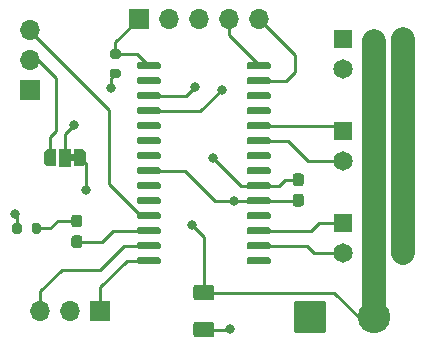
<source format=gbr>
G04 #@! TF.GenerationSoftware,KiCad,Pcbnew,(5.1.8)-1*
G04 #@! TF.CreationDate,2021-02-17T15:41:40-07:00*
G04 #@! TF.ProjectId,LED-Controller,4c45442d-436f-46e7-9472-6f6c6c65722e,rev?*
G04 #@! TF.SameCoordinates,Original*
G04 #@! TF.FileFunction,Copper,L1,Top*
G04 #@! TF.FilePolarity,Positive*
%FSLAX46Y46*%
G04 Gerber Fmt 4.6, Leading zero omitted, Abs format (unit mm)*
G04 Created by KiCad (PCBNEW (5.1.8)-1) date 2021-02-17 15:41:40*
%MOMM*%
%LPD*%
G01*
G04 APERTURE LIST*
G04 #@! TA.AperFunction,EtchedComponent*
%ADD10C,0.100000*%
G04 #@! TD*
G04 #@! TA.AperFunction,ComponentPad*
%ADD11C,1.650000*%
G04 #@! TD*
G04 #@! TA.AperFunction,ComponentPad*
%ADD12R,1.650000X1.650000*%
G04 #@! TD*
G04 #@! TA.AperFunction,ComponentPad*
%ADD13C,2.750000*%
G04 #@! TD*
G04 #@! TA.AperFunction,SMDPad,CuDef*
%ADD14C,0.100000*%
G04 #@! TD*
G04 #@! TA.AperFunction,SMDPad,CuDef*
%ADD15R,1.000000X1.500000*%
G04 #@! TD*
G04 #@! TA.AperFunction,ComponentPad*
%ADD16O,1.700000X1.700000*%
G04 #@! TD*
G04 #@! TA.AperFunction,ComponentPad*
%ADD17R,1.700000X1.700000*%
G04 #@! TD*
G04 #@! TA.AperFunction,ViaPad*
%ADD18C,0.800000*%
G04 #@! TD*
G04 #@! TA.AperFunction,Conductor*
%ADD19C,0.250000*%
G04 #@! TD*
G04 #@! TA.AperFunction,Conductor*
%ADD20C,2.000000*%
G04 #@! TD*
G04 APERTURE END LIST*
D10*
G36*
X126150000Y-83800000D02*
G01*
X125650000Y-83800000D01*
X125650000Y-83200000D01*
X126150000Y-83200000D01*
X126150000Y-83800000D01*
G37*
D11*
X153830000Y-91540000D03*
X151290000Y-91540000D03*
X148750000Y-91540000D03*
X153830000Y-89000000D03*
X151290000Y-89000000D03*
D12*
X148750000Y-89000000D03*
D11*
X153830000Y-83790000D03*
X151290000Y-83790000D03*
X148750000Y-83790000D03*
X153830000Y-81250000D03*
X151290000Y-81250000D03*
D12*
X148750000Y-81250000D03*
D11*
X153830000Y-76040000D03*
X151290000Y-76040000D03*
X148750000Y-76040000D03*
X153830000Y-73500000D03*
X151290000Y-73500000D03*
D12*
X148750000Y-73500000D03*
D13*
X151400000Y-97000000D03*
G04 #@! TA.AperFunction,ComponentPad*
G36*
G01*
X144625000Y-98125002D02*
X144625000Y-95874998D01*
G75*
G02*
X144874998Y-95625000I249998J0D01*
G01*
X147125002Y-95625000D01*
G75*
G02*
X147375000Y-95874998I0J-249998D01*
G01*
X147375000Y-98125002D01*
G75*
G02*
X147125002Y-98375000I-249998J0D01*
G01*
X144874998Y-98375000D01*
G75*
G02*
X144625000Y-98125002I0J249998D01*
G01*
G37*
G04 #@! TD.AperFunction*
G04 #@! TA.AperFunction,SMDPad,CuDef*
D14*
G36*
X126000000Y-82750000D02*
G01*
X126550000Y-82750000D01*
X126550000Y-82750602D01*
X126574534Y-82750602D01*
X126623365Y-82755412D01*
X126671490Y-82764984D01*
X126718445Y-82779228D01*
X126763778Y-82798005D01*
X126807051Y-82821136D01*
X126847850Y-82848396D01*
X126885779Y-82879524D01*
X126920476Y-82914221D01*
X126951604Y-82952150D01*
X126978864Y-82992949D01*
X127001995Y-83036222D01*
X127020772Y-83081555D01*
X127035016Y-83128510D01*
X127044588Y-83176635D01*
X127049398Y-83225466D01*
X127049398Y-83250000D01*
X127050000Y-83250000D01*
X127050000Y-83750000D01*
X127049398Y-83750000D01*
X127049398Y-83774534D01*
X127044588Y-83823365D01*
X127035016Y-83871490D01*
X127020772Y-83918445D01*
X127001995Y-83963778D01*
X126978864Y-84007051D01*
X126951604Y-84047850D01*
X126920476Y-84085779D01*
X126885779Y-84120476D01*
X126847850Y-84151604D01*
X126807051Y-84178864D01*
X126763778Y-84201995D01*
X126718445Y-84220772D01*
X126671490Y-84235016D01*
X126623365Y-84244588D01*
X126574534Y-84249398D01*
X126550000Y-84249398D01*
X126550000Y-84250000D01*
X126000000Y-84250000D01*
X126000000Y-82750000D01*
G37*
G04 #@! TD.AperFunction*
D15*
X125250000Y-83500000D03*
G04 #@! TA.AperFunction,SMDPad,CuDef*
D14*
G36*
X123950000Y-84249398D02*
G01*
X123925466Y-84249398D01*
X123876635Y-84244588D01*
X123828510Y-84235016D01*
X123781555Y-84220772D01*
X123736222Y-84201995D01*
X123692949Y-84178864D01*
X123652150Y-84151604D01*
X123614221Y-84120476D01*
X123579524Y-84085779D01*
X123548396Y-84047850D01*
X123521136Y-84007051D01*
X123498005Y-83963778D01*
X123479228Y-83918445D01*
X123464984Y-83871490D01*
X123455412Y-83823365D01*
X123450602Y-83774534D01*
X123450602Y-83750000D01*
X123450000Y-83750000D01*
X123450000Y-83250000D01*
X123450602Y-83250000D01*
X123450602Y-83225466D01*
X123455412Y-83176635D01*
X123464984Y-83128510D01*
X123479228Y-83081555D01*
X123498005Y-83036222D01*
X123521136Y-82992949D01*
X123548396Y-82952150D01*
X123579524Y-82914221D01*
X123614221Y-82879524D01*
X123652150Y-82848396D01*
X123692949Y-82821136D01*
X123736222Y-82798005D01*
X123781555Y-82779228D01*
X123828510Y-82764984D01*
X123876635Y-82755412D01*
X123925466Y-82750602D01*
X123950000Y-82750602D01*
X123950000Y-82750000D01*
X124500000Y-82750000D01*
X124500000Y-84250000D01*
X123950000Y-84250000D01*
X123950000Y-84249398D01*
G37*
G04 #@! TD.AperFunction*
G04 #@! TA.AperFunction,SMDPad,CuDef*
G36*
G01*
X140625000Y-75895000D02*
X140625000Y-75595000D01*
G75*
G02*
X140775000Y-75445000I150000J0D01*
G01*
X142525000Y-75445000D01*
G75*
G02*
X142675000Y-75595000I0J-150000D01*
G01*
X142675000Y-75895000D01*
G75*
G02*
X142525000Y-76045000I-150000J0D01*
G01*
X140775000Y-76045000D01*
G75*
G02*
X140625000Y-75895000I0J150000D01*
G01*
G37*
G04 #@! TD.AperFunction*
G04 #@! TA.AperFunction,SMDPad,CuDef*
G36*
G01*
X140625000Y-77165000D02*
X140625000Y-76865000D01*
G75*
G02*
X140775000Y-76715000I150000J0D01*
G01*
X142525000Y-76715000D01*
G75*
G02*
X142675000Y-76865000I0J-150000D01*
G01*
X142675000Y-77165000D01*
G75*
G02*
X142525000Y-77315000I-150000J0D01*
G01*
X140775000Y-77315000D01*
G75*
G02*
X140625000Y-77165000I0J150000D01*
G01*
G37*
G04 #@! TD.AperFunction*
G04 #@! TA.AperFunction,SMDPad,CuDef*
G36*
G01*
X140625000Y-78435000D02*
X140625000Y-78135000D01*
G75*
G02*
X140775000Y-77985000I150000J0D01*
G01*
X142525000Y-77985000D01*
G75*
G02*
X142675000Y-78135000I0J-150000D01*
G01*
X142675000Y-78435000D01*
G75*
G02*
X142525000Y-78585000I-150000J0D01*
G01*
X140775000Y-78585000D01*
G75*
G02*
X140625000Y-78435000I0J150000D01*
G01*
G37*
G04 #@! TD.AperFunction*
G04 #@! TA.AperFunction,SMDPad,CuDef*
G36*
G01*
X140625000Y-79705000D02*
X140625000Y-79405000D01*
G75*
G02*
X140775000Y-79255000I150000J0D01*
G01*
X142525000Y-79255000D01*
G75*
G02*
X142675000Y-79405000I0J-150000D01*
G01*
X142675000Y-79705000D01*
G75*
G02*
X142525000Y-79855000I-150000J0D01*
G01*
X140775000Y-79855000D01*
G75*
G02*
X140625000Y-79705000I0J150000D01*
G01*
G37*
G04 #@! TD.AperFunction*
G04 #@! TA.AperFunction,SMDPad,CuDef*
G36*
G01*
X140625000Y-80975000D02*
X140625000Y-80675000D01*
G75*
G02*
X140775000Y-80525000I150000J0D01*
G01*
X142525000Y-80525000D01*
G75*
G02*
X142675000Y-80675000I0J-150000D01*
G01*
X142675000Y-80975000D01*
G75*
G02*
X142525000Y-81125000I-150000J0D01*
G01*
X140775000Y-81125000D01*
G75*
G02*
X140625000Y-80975000I0J150000D01*
G01*
G37*
G04 #@! TD.AperFunction*
G04 #@! TA.AperFunction,SMDPad,CuDef*
G36*
G01*
X140625000Y-82245000D02*
X140625000Y-81945000D01*
G75*
G02*
X140775000Y-81795000I150000J0D01*
G01*
X142525000Y-81795000D01*
G75*
G02*
X142675000Y-81945000I0J-150000D01*
G01*
X142675000Y-82245000D01*
G75*
G02*
X142525000Y-82395000I-150000J0D01*
G01*
X140775000Y-82395000D01*
G75*
G02*
X140625000Y-82245000I0J150000D01*
G01*
G37*
G04 #@! TD.AperFunction*
G04 #@! TA.AperFunction,SMDPad,CuDef*
G36*
G01*
X140625000Y-83515000D02*
X140625000Y-83215000D01*
G75*
G02*
X140775000Y-83065000I150000J0D01*
G01*
X142525000Y-83065000D01*
G75*
G02*
X142675000Y-83215000I0J-150000D01*
G01*
X142675000Y-83515000D01*
G75*
G02*
X142525000Y-83665000I-150000J0D01*
G01*
X140775000Y-83665000D01*
G75*
G02*
X140625000Y-83515000I0J150000D01*
G01*
G37*
G04 #@! TD.AperFunction*
G04 #@! TA.AperFunction,SMDPad,CuDef*
G36*
G01*
X140625000Y-84785000D02*
X140625000Y-84485000D01*
G75*
G02*
X140775000Y-84335000I150000J0D01*
G01*
X142525000Y-84335000D01*
G75*
G02*
X142675000Y-84485000I0J-150000D01*
G01*
X142675000Y-84785000D01*
G75*
G02*
X142525000Y-84935000I-150000J0D01*
G01*
X140775000Y-84935000D01*
G75*
G02*
X140625000Y-84785000I0J150000D01*
G01*
G37*
G04 #@! TD.AperFunction*
G04 #@! TA.AperFunction,SMDPad,CuDef*
G36*
G01*
X140625000Y-86055000D02*
X140625000Y-85755000D01*
G75*
G02*
X140775000Y-85605000I150000J0D01*
G01*
X142525000Y-85605000D01*
G75*
G02*
X142675000Y-85755000I0J-150000D01*
G01*
X142675000Y-86055000D01*
G75*
G02*
X142525000Y-86205000I-150000J0D01*
G01*
X140775000Y-86205000D01*
G75*
G02*
X140625000Y-86055000I0J150000D01*
G01*
G37*
G04 #@! TD.AperFunction*
G04 #@! TA.AperFunction,SMDPad,CuDef*
G36*
G01*
X140625000Y-87325000D02*
X140625000Y-87025000D01*
G75*
G02*
X140775000Y-86875000I150000J0D01*
G01*
X142525000Y-86875000D01*
G75*
G02*
X142675000Y-87025000I0J-150000D01*
G01*
X142675000Y-87325000D01*
G75*
G02*
X142525000Y-87475000I-150000J0D01*
G01*
X140775000Y-87475000D01*
G75*
G02*
X140625000Y-87325000I0J150000D01*
G01*
G37*
G04 #@! TD.AperFunction*
G04 #@! TA.AperFunction,SMDPad,CuDef*
G36*
G01*
X140625000Y-88595000D02*
X140625000Y-88295000D01*
G75*
G02*
X140775000Y-88145000I150000J0D01*
G01*
X142525000Y-88145000D01*
G75*
G02*
X142675000Y-88295000I0J-150000D01*
G01*
X142675000Y-88595000D01*
G75*
G02*
X142525000Y-88745000I-150000J0D01*
G01*
X140775000Y-88745000D01*
G75*
G02*
X140625000Y-88595000I0J150000D01*
G01*
G37*
G04 #@! TD.AperFunction*
G04 #@! TA.AperFunction,SMDPad,CuDef*
G36*
G01*
X140625000Y-89865000D02*
X140625000Y-89565000D01*
G75*
G02*
X140775000Y-89415000I150000J0D01*
G01*
X142525000Y-89415000D01*
G75*
G02*
X142675000Y-89565000I0J-150000D01*
G01*
X142675000Y-89865000D01*
G75*
G02*
X142525000Y-90015000I-150000J0D01*
G01*
X140775000Y-90015000D01*
G75*
G02*
X140625000Y-89865000I0J150000D01*
G01*
G37*
G04 #@! TD.AperFunction*
G04 #@! TA.AperFunction,SMDPad,CuDef*
G36*
G01*
X140625000Y-91135000D02*
X140625000Y-90835000D01*
G75*
G02*
X140775000Y-90685000I150000J0D01*
G01*
X142525000Y-90685000D01*
G75*
G02*
X142675000Y-90835000I0J-150000D01*
G01*
X142675000Y-91135000D01*
G75*
G02*
X142525000Y-91285000I-150000J0D01*
G01*
X140775000Y-91285000D01*
G75*
G02*
X140625000Y-91135000I0J150000D01*
G01*
G37*
G04 #@! TD.AperFunction*
G04 #@! TA.AperFunction,SMDPad,CuDef*
G36*
G01*
X140625000Y-92405000D02*
X140625000Y-92105000D01*
G75*
G02*
X140775000Y-91955000I150000J0D01*
G01*
X142525000Y-91955000D01*
G75*
G02*
X142675000Y-92105000I0J-150000D01*
G01*
X142675000Y-92405000D01*
G75*
G02*
X142525000Y-92555000I-150000J0D01*
G01*
X140775000Y-92555000D01*
G75*
G02*
X140625000Y-92405000I0J150000D01*
G01*
G37*
G04 #@! TD.AperFunction*
G04 #@! TA.AperFunction,SMDPad,CuDef*
G36*
G01*
X131325000Y-92405000D02*
X131325000Y-92105000D01*
G75*
G02*
X131475000Y-91955000I150000J0D01*
G01*
X133225000Y-91955000D01*
G75*
G02*
X133375000Y-92105000I0J-150000D01*
G01*
X133375000Y-92405000D01*
G75*
G02*
X133225000Y-92555000I-150000J0D01*
G01*
X131475000Y-92555000D01*
G75*
G02*
X131325000Y-92405000I0J150000D01*
G01*
G37*
G04 #@! TD.AperFunction*
G04 #@! TA.AperFunction,SMDPad,CuDef*
G36*
G01*
X131325000Y-91135000D02*
X131325000Y-90835000D01*
G75*
G02*
X131475000Y-90685000I150000J0D01*
G01*
X133225000Y-90685000D01*
G75*
G02*
X133375000Y-90835000I0J-150000D01*
G01*
X133375000Y-91135000D01*
G75*
G02*
X133225000Y-91285000I-150000J0D01*
G01*
X131475000Y-91285000D01*
G75*
G02*
X131325000Y-91135000I0J150000D01*
G01*
G37*
G04 #@! TD.AperFunction*
G04 #@! TA.AperFunction,SMDPad,CuDef*
G36*
G01*
X131325000Y-89865000D02*
X131325000Y-89565000D01*
G75*
G02*
X131475000Y-89415000I150000J0D01*
G01*
X133225000Y-89415000D01*
G75*
G02*
X133375000Y-89565000I0J-150000D01*
G01*
X133375000Y-89865000D01*
G75*
G02*
X133225000Y-90015000I-150000J0D01*
G01*
X131475000Y-90015000D01*
G75*
G02*
X131325000Y-89865000I0J150000D01*
G01*
G37*
G04 #@! TD.AperFunction*
G04 #@! TA.AperFunction,SMDPad,CuDef*
G36*
G01*
X131325000Y-88595000D02*
X131325000Y-88295000D01*
G75*
G02*
X131475000Y-88145000I150000J0D01*
G01*
X133225000Y-88145000D01*
G75*
G02*
X133375000Y-88295000I0J-150000D01*
G01*
X133375000Y-88595000D01*
G75*
G02*
X133225000Y-88745000I-150000J0D01*
G01*
X131475000Y-88745000D01*
G75*
G02*
X131325000Y-88595000I0J150000D01*
G01*
G37*
G04 #@! TD.AperFunction*
G04 #@! TA.AperFunction,SMDPad,CuDef*
G36*
G01*
X131325000Y-87325000D02*
X131325000Y-87025000D01*
G75*
G02*
X131475000Y-86875000I150000J0D01*
G01*
X133225000Y-86875000D01*
G75*
G02*
X133375000Y-87025000I0J-150000D01*
G01*
X133375000Y-87325000D01*
G75*
G02*
X133225000Y-87475000I-150000J0D01*
G01*
X131475000Y-87475000D01*
G75*
G02*
X131325000Y-87325000I0J150000D01*
G01*
G37*
G04 #@! TD.AperFunction*
G04 #@! TA.AperFunction,SMDPad,CuDef*
G36*
G01*
X131325000Y-86055000D02*
X131325000Y-85755000D01*
G75*
G02*
X131475000Y-85605000I150000J0D01*
G01*
X133225000Y-85605000D01*
G75*
G02*
X133375000Y-85755000I0J-150000D01*
G01*
X133375000Y-86055000D01*
G75*
G02*
X133225000Y-86205000I-150000J0D01*
G01*
X131475000Y-86205000D01*
G75*
G02*
X131325000Y-86055000I0J150000D01*
G01*
G37*
G04 #@! TD.AperFunction*
G04 #@! TA.AperFunction,SMDPad,CuDef*
G36*
G01*
X131325000Y-84785000D02*
X131325000Y-84485000D01*
G75*
G02*
X131475000Y-84335000I150000J0D01*
G01*
X133225000Y-84335000D01*
G75*
G02*
X133375000Y-84485000I0J-150000D01*
G01*
X133375000Y-84785000D01*
G75*
G02*
X133225000Y-84935000I-150000J0D01*
G01*
X131475000Y-84935000D01*
G75*
G02*
X131325000Y-84785000I0J150000D01*
G01*
G37*
G04 #@! TD.AperFunction*
G04 #@! TA.AperFunction,SMDPad,CuDef*
G36*
G01*
X131325000Y-83515000D02*
X131325000Y-83215000D01*
G75*
G02*
X131475000Y-83065000I150000J0D01*
G01*
X133225000Y-83065000D01*
G75*
G02*
X133375000Y-83215000I0J-150000D01*
G01*
X133375000Y-83515000D01*
G75*
G02*
X133225000Y-83665000I-150000J0D01*
G01*
X131475000Y-83665000D01*
G75*
G02*
X131325000Y-83515000I0J150000D01*
G01*
G37*
G04 #@! TD.AperFunction*
G04 #@! TA.AperFunction,SMDPad,CuDef*
G36*
G01*
X131325000Y-82245000D02*
X131325000Y-81945000D01*
G75*
G02*
X131475000Y-81795000I150000J0D01*
G01*
X133225000Y-81795000D01*
G75*
G02*
X133375000Y-81945000I0J-150000D01*
G01*
X133375000Y-82245000D01*
G75*
G02*
X133225000Y-82395000I-150000J0D01*
G01*
X131475000Y-82395000D01*
G75*
G02*
X131325000Y-82245000I0J150000D01*
G01*
G37*
G04 #@! TD.AperFunction*
G04 #@! TA.AperFunction,SMDPad,CuDef*
G36*
G01*
X131325000Y-80975000D02*
X131325000Y-80675000D01*
G75*
G02*
X131475000Y-80525000I150000J0D01*
G01*
X133225000Y-80525000D01*
G75*
G02*
X133375000Y-80675000I0J-150000D01*
G01*
X133375000Y-80975000D01*
G75*
G02*
X133225000Y-81125000I-150000J0D01*
G01*
X131475000Y-81125000D01*
G75*
G02*
X131325000Y-80975000I0J150000D01*
G01*
G37*
G04 #@! TD.AperFunction*
G04 #@! TA.AperFunction,SMDPad,CuDef*
G36*
G01*
X131325000Y-79705000D02*
X131325000Y-79405000D01*
G75*
G02*
X131475000Y-79255000I150000J0D01*
G01*
X133225000Y-79255000D01*
G75*
G02*
X133375000Y-79405000I0J-150000D01*
G01*
X133375000Y-79705000D01*
G75*
G02*
X133225000Y-79855000I-150000J0D01*
G01*
X131475000Y-79855000D01*
G75*
G02*
X131325000Y-79705000I0J150000D01*
G01*
G37*
G04 #@! TD.AperFunction*
G04 #@! TA.AperFunction,SMDPad,CuDef*
G36*
G01*
X131325000Y-78435000D02*
X131325000Y-78135000D01*
G75*
G02*
X131475000Y-77985000I150000J0D01*
G01*
X133225000Y-77985000D01*
G75*
G02*
X133375000Y-78135000I0J-150000D01*
G01*
X133375000Y-78435000D01*
G75*
G02*
X133225000Y-78585000I-150000J0D01*
G01*
X131475000Y-78585000D01*
G75*
G02*
X131325000Y-78435000I0J150000D01*
G01*
G37*
G04 #@! TD.AperFunction*
G04 #@! TA.AperFunction,SMDPad,CuDef*
G36*
G01*
X131325000Y-77165000D02*
X131325000Y-76865000D01*
G75*
G02*
X131475000Y-76715000I150000J0D01*
G01*
X133225000Y-76715000D01*
G75*
G02*
X133375000Y-76865000I0J-150000D01*
G01*
X133375000Y-77165000D01*
G75*
G02*
X133225000Y-77315000I-150000J0D01*
G01*
X131475000Y-77315000D01*
G75*
G02*
X131325000Y-77165000I0J150000D01*
G01*
G37*
G04 #@! TD.AperFunction*
G04 #@! TA.AperFunction,SMDPad,CuDef*
G36*
G01*
X131325000Y-75895000D02*
X131325000Y-75595000D01*
G75*
G02*
X131475000Y-75445000I150000J0D01*
G01*
X133225000Y-75445000D01*
G75*
G02*
X133375000Y-75595000I0J-150000D01*
G01*
X133375000Y-75895000D01*
G75*
G02*
X133225000Y-76045000I-150000J0D01*
G01*
X131475000Y-76045000D01*
G75*
G02*
X131325000Y-75895000I0J150000D01*
G01*
G37*
G04 #@! TD.AperFunction*
G04 #@! TA.AperFunction,SMDPad,CuDef*
G36*
G01*
X129775000Y-75150000D02*
X129225000Y-75150000D01*
G75*
G02*
X129025000Y-74950000I0J200000D01*
G01*
X129025000Y-74550000D01*
G75*
G02*
X129225000Y-74350000I200000J0D01*
G01*
X129775000Y-74350000D01*
G75*
G02*
X129975000Y-74550000I0J-200000D01*
G01*
X129975000Y-74950000D01*
G75*
G02*
X129775000Y-75150000I-200000J0D01*
G01*
G37*
G04 #@! TD.AperFunction*
G04 #@! TA.AperFunction,SMDPad,CuDef*
G36*
G01*
X129775000Y-76800000D02*
X129225000Y-76800000D01*
G75*
G02*
X129025000Y-76600000I0J200000D01*
G01*
X129025000Y-76200000D01*
G75*
G02*
X129225000Y-76000000I200000J0D01*
G01*
X129775000Y-76000000D01*
G75*
G02*
X129975000Y-76200000I0J-200000D01*
G01*
X129975000Y-76600000D01*
G75*
G02*
X129775000Y-76800000I-200000J0D01*
G01*
G37*
G04 #@! TD.AperFunction*
G04 #@! TA.AperFunction,SMDPad,CuDef*
G36*
G01*
X121575000Y-89225000D02*
X121575000Y-89775000D01*
G75*
G02*
X121375000Y-89975000I-200000J0D01*
G01*
X120975000Y-89975000D01*
G75*
G02*
X120775000Y-89775000I0J200000D01*
G01*
X120775000Y-89225000D01*
G75*
G02*
X120975000Y-89025000I200000J0D01*
G01*
X121375000Y-89025000D01*
G75*
G02*
X121575000Y-89225000I0J-200000D01*
G01*
G37*
G04 #@! TD.AperFunction*
G04 #@! TA.AperFunction,SMDPad,CuDef*
G36*
G01*
X123225000Y-89225000D02*
X123225000Y-89775000D01*
G75*
G02*
X123025000Y-89975000I-200000J0D01*
G01*
X122625000Y-89975000D01*
G75*
G02*
X122425000Y-89775000I0J200000D01*
G01*
X122425000Y-89225000D01*
G75*
G02*
X122625000Y-89025000I200000J0D01*
G01*
X123025000Y-89025000D01*
G75*
G02*
X123225000Y-89225000I0J-200000D01*
G01*
G37*
G04 #@! TD.AperFunction*
D16*
X123170000Y-96500000D03*
X125710000Y-96500000D03*
D17*
X128250000Y-96500000D03*
D16*
X122250000Y-72670000D03*
X122250000Y-75210000D03*
D17*
X122250000Y-77750000D03*
D16*
X141660000Y-71750000D03*
X139120000Y-71750000D03*
X136580000Y-71750000D03*
X134040000Y-71750000D03*
D17*
X131500000Y-71750000D03*
G04 #@! TA.AperFunction,SMDPad,CuDef*
G36*
G01*
X126012500Y-90100000D02*
X126487500Y-90100000D01*
G75*
G02*
X126725000Y-90337500I0J-237500D01*
G01*
X126725000Y-90912500D01*
G75*
G02*
X126487500Y-91150000I-237500J0D01*
G01*
X126012500Y-91150000D01*
G75*
G02*
X125775000Y-90912500I0J237500D01*
G01*
X125775000Y-90337500D01*
G75*
G02*
X126012500Y-90100000I237500J0D01*
G01*
G37*
G04 #@! TD.AperFunction*
G04 #@! TA.AperFunction,SMDPad,CuDef*
G36*
G01*
X126012500Y-88350000D02*
X126487500Y-88350000D01*
G75*
G02*
X126725000Y-88587500I0J-237500D01*
G01*
X126725000Y-89162500D01*
G75*
G02*
X126487500Y-89400000I-237500J0D01*
G01*
X126012500Y-89400000D01*
G75*
G02*
X125775000Y-89162500I0J237500D01*
G01*
X125775000Y-88587500D01*
G75*
G02*
X126012500Y-88350000I237500J0D01*
G01*
G37*
G04 #@! TD.AperFunction*
G04 #@! TA.AperFunction,SMDPad,CuDef*
G36*
G01*
X145237500Y-85925000D02*
X144762500Y-85925000D01*
G75*
G02*
X144525000Y-85687500I0J237500D01*
G01*
X144525000Y-85087500D01*
G75*
G02*
X144762500Y-84850000I237500J0D01*
G01*
X145237500Y-84850000D01*
G75*
G02*
X145475000Y-85087500I0J-237500D01*
G01*
X145475000Y-85687500D01*
G75*
G02*
X145237500Y-85925000I-237500J0D01*
G01*
G37*
G04 #@! TD.AperFunction*
G04 #@! TA.AperFunction,SMDPad,CuDef*
G36*
G01*
X145237500Y-87650000D02*
X144762500Y-87650000D01*
G75*
G02*
X144525000Y-87412500I0J237500D01*
G01*
X144525000Y-86812500D01*
G75*
G02*
X144762500Y-86575000I237500J0D01*
G01*
X145237500Y-86575000D01*
G75*
G02*
X145475000Y-86812500I0J-237500D01*
G01*
X145475000Y-87412500D01*
G75*
G02*
X145237500Y-87650000I-237500J0D01*
G01*
G37*
G04 #@! TD.AperFunction*
G04 #@! TA.AperFunction,SMDPad,CuDef*
G36*
G01*
X136349997Y-97400000D02*
X137650003Y-97400000D01*
G75*
G02*
X137900000Y-97649997I0J-249997D01*
G01*
X137900000Y-98475003D01*
G75*
G02*
X137650003Y-98725000I-249997J0D01*
G01*
X136349997Y-98725000D01*
G75*
G02*
X136100000Y-98475003I0J249997D01*
G01*
X136100000Y-97649997D01*
G75*
G02*
X136349997Y-97400000I249997J0D01*
G01*
G37*
G04 #@! TD.AperFunction*
G04 #@! TA.AperFunction,SMDPad,CuDef*
G36*
G01*
X136349997Y-94275000D02*
X137650003Y-94275000D01*
G75*
G02*
X137900000Y-94524997I0J-249997D01*
G01*
X137900000Y-95350003D01*
G75*
G02*
X137650003Y-95600000I-249997J0D01*
G01*
X136349997Y-95600000D01*
G75*
G02*
X136100000Y-95350003I0J249997D01*
G01*
X136100000Y-94524997D01*
G75*
G02*
X136349997Y-94275000I249997J0D01*
G01*
G37*
G04 #@! TD.AperFunction*
D18*
X139575000Y-87175000D03*
X121000000Y-88250000D03*
X139250000Y-98000000D03*
X136000000Y-89250000D03*
X127000000Y-86250000D03*
X126000000Y-80750000D03*
X137750000Y-83500000D03*
X129125000Y-77625000D03*
X138500000Y-77750000D03*
X136250000Y-77500000D03*
D19*
X144937500Y-87175000D02*
X145000000Y-87112500D01*
X141650000Y-87175000D02*
X144937500Y-87175000D01*
X132350000Y-84635000D02*
X135385000Y-84635000D01*
X137925000Y-87175000D02*
X139575000Y-87175000D01*
X135385000Y-84635000D02*
X137925000Y-87175000D01*
X139575000Y-87175000D02*
X141650000Y-87175000D01*
X144937500Y-98062500D02*
X146000000Y-97000000D01*
X121175000Y-89500000D02*
X121175000Y-88425000D01*
X121175000Y-88425000D02*
X121000000Y-88250000D01*
D20*
X153830000Y-91540000D02*
X153830000Y-73500000D01*
D19*
X139187500Y-98062500D02*
X139250000Y-98000000D01*
X137000000Y-98062500D02*
X139187500Y-98062500D01*
X137000000Y-94937500D02*
X148062500Y-94937500D01*
X150125000Y-97000000D02*
X151400000Y-97000000D01*
X148062500Y-94937500D02*
X150125000Y-97000000D01*
X151400000Y-73610000D02*
X151290000Y-73500000D01*
D20*
X151400000Y-97000000D02*
X151400000Y-73610000D01*
D19*
X137000000Y-94937500D02*
X137000000Y-90250000D01*
X137000000Y-90250000D02*
X136000000Y-89250000D01*
X127000000Y-83950000D02*
X126550000Y-83500000D01*
X127000000Y-86250000D02*
X127000000Y-83950000D01*
X126250000Y-90625000D02*
X128375000Y-90625000D01*
X129285000Y-89715000D02*
X132350000Y-89715000D01*
X128375000Y-90625000D02*
X129285000Y-89715000D01*
X122825000Y-89500000D02*
X124000000Y-89500000D01*
X124625000Y-88875000D02*
X126250000Y-88875000D01*
X124000000Y-89500000D02*
X124625000Y-88875000D01*
X141660000Y-71750000D02*
X144750000Y-74840000D01*
X144750000Y-74840000D02*
X144750000Y-76250000D01*
X143985000Y-77015000D02*
X141650000Y-77015000D01*
X144750000Y-76250000D02*
X143985000Y-77015000D01*
X139120000Y-71750000D02*
X139120000Y-73120000D01*
X141650000Y-75650000D02*
X141650000Y-75745000D01*
X139120000Y-73120000D02*
X141650000Y-75650000D01*
X129500000Y-73750000D02*
X131500000Y-71750000D01*
X129500000Y-74750000D02*
X129500000Y-73750000D01*
X131355000Y-74750000D02*
X132350000Y-75745000D01*
X129500000Y-74750000D02*
X131355000Y-74750000D01*
X132350000Y-88445000D02*
X131695000Y-88445000D01*
X131695000Y-88445000D02*
X129000000Y-85750000D01*
X129000000Y-85750000D02*
X129000000Y-79500000D01*
X129000000Y-79500000D02*
X122250000Y-72750000D01*
X122250000Y-75210000D02*
X122960000Y-75210000D01*
X122960000Y-75210000D02*
X124500000Y-76750000D01*
X124500000Y-76750000D02*
X124500000Y-81250000D01*
X123950000Y-81800000D02*
X123950000Y-83500000D01*
X124500000Y-81250000D02*
X123950000Y-81800000D01*
X123170000Y-96500000D02*
X123170000Y-94830000D01*
X123170000Y-94830000D02*
X125000000Y-93000000D01*
X125000000Y-93000000D02*
X128250000Y-93000000D01*
X130265000Y-90985000D02*
X132350000Y-90985000D01*
X128250000Y-93000000D02*
X130265000Y-90985000D01*
X128250000Y-96500000D02*
X128250000Y-94500000D01*
X130495000Y-92255000D02*
X132350000Y-92255000D01*
X128250000Y-94500000D02*
X130495000Y-92255000D01*
X141650000Y-85905000D02*
X143345000Y-85905000D01*
X143862500Y-85387500D02*
X145000000Y-85387500D01*
X143345000Y-85905000D02*
X143862500Y-85387500D01*
X125250000Y-83500000D02*
X125250000Y-81500000D01*
X125250000Y-81500000D02*
X126000000Y-80750000D01*
X140155000Y-85905000D02*
X141650000Y-85905000D01*
X137750000Y-83500000D02*
X140155000Y-85905000D01*
X129125000Y-76775000D02*
X129500000Y-76400000D01*
X129125000Y-77625000D02*
X129125000Y-76775000D01*
X132350000Y-79555000D02*
X136695000Y-79555000D01*
X136695000Y-79555000D02*
X138500000Y-77750000D01*
X132350000Y-78285000D02*
X135465000Y-78285000D01*
X135465000Y-78285000D02*
X136250000Y-77500000D01*
X141650000Y-82095000D02*
X144095000Y-82095000D01*
X145790000Y-83790000D02*
X148750000Y-83790000D01*
X144095000Y-82095000D02*
X145790000Y-83790000D01*
X148325000Y-80825000D02*
X148750000Y-81250000D01*
X141650000Y-80825000D02*
X148325000Y-80825000D01*
X141650000Y-90985000D02*
X145735000Y-90985000D01*
X146290000Y-91540000D02*
X148750000Y-91540000D01*
X145735000Y-90985000D02*
X146290000Y-91540000D01*
X141650000Y-89715000D02*
X146035000Y-89715000D01*
X146750000Y-89000000D02*
X148750000Y-89000000D01*
X146035000Y-89715000D02*
X146750000Y-89000000D01*
M02*

</source>
